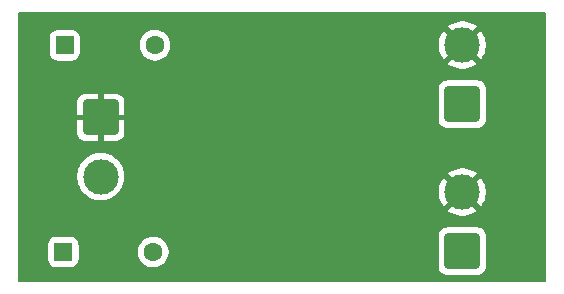
<source format=gbr>
%TF.GenerationSoftware,KiCad,Pcbnew,9.0.5*%
%TF.CreationDate,2025-11-27T16:43:58-05:00*%
%TF.ProjectId,dual_power_supply,6475616c-5f70-46f7-9765-725f73757070,rev?*%
%TF.SameCoordinates,Original*%
%TF.FileFunction,Copper,L2,Bot*%
%TF.FilePolarity,Positive*%
%FSLAX46Y46*%
G04 Gerber Fmt 4.6, Leading zero omitted, Abs format (unit mm)*
G04 Created by KiCad (PCBNEW 9.0.5) date 2025-11-27 16:43:58*
%MOMM*%
%LPD*%
G01*
G04 APERTURE LIST*
G04 Aperture macros list*
%AMRoundRect*
0 Rectangle with rounded corners*
0 $1 Rounding radius*
0 $2 $3 $4 $5 $6 $7 $8 $9 X,Y pos of 4 corners*
0 Add a 4 corners polygon primitive as box body*
4,1,4,$2,$3,$4,$5,$6,$7,$8,$9,$2,$3,0*
0 Add four circle primitives for the rounded corners*
1,1,$1+$1,$2,$3*
1,1,$1+$1,$4,$5*
1,1,$1+$1,$6,$7*
1,1,$1+$1,$8,$9*
0 Add four rect primitives between the rounded corners*
20,1,$1+$1,$2,$3,$4,$5,0*
20,1,$1+$1,$4,$5,$6,$7,0*
20,1,$1+$1,$6,$7,$8,$9,0*
20,1,$1+$1,$8,$9,$2,$3,0*%
G04 Aperture macros list end*
%TA.AperFunction,ComponentPad*%
%ADD10RoundRect,0.249999X1.250001X-1.250001X1.250001X1.250001X-1.250001X1.250001X-1.250001X-1.250001X0*%
%TD*%
%TA.AperFunction,ComponentPad*%
%ADD11C,3.000000*%
%TD*%
%TA.AperFunction,ComponentPad*%
%ADD12RoundRect,0.250000X-0.550000X-0.550000X0.550000X-0.550000X0.550000X0.550000X-0.550000X0.550000X0*%
%TD*%
%TA.AperFunction,ComponentPad*%
%ADD13C,1.600000*%
%TD*%
%TA.AperFunction,ComponentPad*%
%ADD14RoundRect,0.249999X-1.250001X1.250001X-1.250001X-1.250001X1.250001X-1.250001X1.250001X1.250001X0*%
%TD*%
%TA.AperFunction,ViaPad*%
%ADD15C,1.000000*%
%TD*%
%TA.AperFunction,Conductor*%
%ADD16C,0.800000*%
%TD*%
G04 APERTURE END LIST*
D10*
%TO.P,J3,1,Pin_1*%
%TO.N,Net-(J3-Pin_1)*%
X142494000Y-100758000D03*
D11*
%TO.P,J3,2,Pin_2*%
%TO.N,GND*%
X142494000Y-95758000D03*
%TD*%
D12*
%TO.P,SW2,1*%
%TO.N,Net-(J1-Pin_2)*%
X108712000Y-100838000D03*
D13*
%TO.P,SW2,2*%
%TO.N,Net-(U1-VI)*%
X116332000Y-100838000D03*
%TD*%
D10*
%TO.P,J2,1,Pin_1*%
%TO.N,Net-(J2-Pin_1)*%
X142494000Y-88312000D03*
D11*
%TO.P,J2,2,Pin_2*%
%TO.N,GND*%
X142494000Y-83312000D03*
%TD*%
D12*
%TO.P,SW1,1*%
%TO.N,Net-(J1-Pin_2)*%
X108850000Y-83324500D03*
D13*
%TO.P,SW1,2*%
%TO.N,Net-(U2-VI)*%
X116470000Y-83324500D03*
%TD*%
D14*
%TO.P,J1,1,Pin_1*%
%TO.N,GND*%
X111888500Y-89448000D03*
D11*
%TO.P,J1,2,Pin_2*%
%TO.N,Net-(J1-Pin_2)*%
X111888500Y-94448000D03*
%TD*%
D15*
%TO.N,GND*%
X128778000Y-83312000D03*
X120015000Y-101938000D03*
X120015000Y-99187000D03*
X128905000Y-85852000D03*
%TD*%
D16*
%TO.N,GND*%
X128778000Y-83312000D02*
X128778000Y-85725000D01*
X128778000Y-85725000D02*
X128905000Y-85852000D01*
X120015000Y-101938000D02*
X120015000Y-99187000D01*
%TD*%
%TA.AperFunction,Conductor*%
%TO.N,GND*%
G36*
X149536539Y-80530185D02*
G01*
X149582294Y-80582989D01*
X149593500Y-80634500D01*
X149593500Y-103277500D01*
X149573815Y-103344539D01*
X149521011Y-103390294D01*
X149469500Y-103401500D01*
X105018500Y-103401500D01*
X104951461Y-103381815D01*
X104905706Y-103329011D01*
X104894500Y-103277500D01*
X104894500Y-100237983D01*
X107411500Y-100237983D01*
X107411500Y-101438001D01*
X107411501Y-101438018D01*
X107422000Y-101540796D01*
X107422001Y-101540799D01*
X107469856Y-101685213D01*
X107477186Y-101707334D01*
X107569288Y-101856656D01*
X107693344Y-101980712D01*
X107842666Y-102072814D01*
X108009203Y-102127999D01*
X108111991Y-102138500D01*
X109312008Y-102138499D01*
X109414797Y-102127999D01*
X109581334Y-102072814D01*
X109730656Y-101980712D01*
X109854712Y-101856656D01*
X109946814Y-101707334D01*
X110001999Y-101540797D01*
X110012500Y-101438009D01*
X110012499Y-100735648D01*
X115031500Y-100735648D01*
X115031500Y-100940351D01*
X115063522Y-101142534D01*
X115126781Y-101337223D01*
X115219715Y-101519613D01*
X115340028Y-101685213D01*
X115484786Y-101829971D01*
X115639749Y-101942556D01*
X115650390Y-101950287D01*
X115766607Y-102009503D01*
X115832776Y-102043218D01*
X115832778Y-102043218D01*
X115832781Y-102043220D01*
X115923856Y-102072812D01*
X116027465Y-102106477D01*
X116128557Y-102122488D01*
X116229648Y-102138500D01*
X116229649Y-102138500D01*
X116434351Y-102138500D01*
X116434352Y-102138500D01*
X116636534Y-102106477D01*
X116831219Y-102043220D01*
X117013610Y-101950287D01*
X117142482Y-101856657D01*
X117179213Y-101829971D01*
X117179215Y-101829968D01*
X117179219Y-101829966D01*
X117323966Y-101685219D01*
X117323968Y-101685215D01*
X117323971Y-101685213D01*
X117428892Y-101540799D01*
X117444287Y-101519610D01*
X117537220Y-101337219D01*
X117600477Y-101142534D01*
X117632500Y-100940352D01*
X117632500Y-100735648D01*
X117600477Y-100533466D01*
X117537220Y-100338781D01*
X117537218Y-100338778D01*
X117537218Y-100338776D01*
X117485865Y-100237991D01*
X117444287Y-100156390D01*
X117428892Y-100135200D01*
X117323971Y-99990786D01*
X117179213Y-99846028D01*
X117013613Y-99725715D01*
X117013612Y-99725714D01*
X117013610Y-99725713D01*
X116953898Y-99695288D01*
X116831223Y-99632781D01*
X116646510Y-99572764D01*
X116646509Y-99572763D01*
X116636537Y-99569523D01*
X116484897Y-99545505D01*
X116434352Y-99537500D01*
X116229648Y-99537500D01*
X116205329Y-99541351D01*
X116027465Y-99569522D01*
X115832776Y-99632781D01*
X115650386Y-99725715D01*
X115484786Y-99846028D01*
X115340028Y-99990786D01*
X115219715Y-100156386D01*
X115126781Y-100338776D01*
X115063522Y-100533465D01*
X115031500Y-100735648D01*
X110012499Y-100735648D01*
X110012499Y-100237992D01*
X110001999Y-100135203D01*
X109946814Y-99968666D01*
X109854712Y-99819344D01*
X109730656Y-99695288D01*
X109581334Y-99603186D01*
X109414797Y-99548001D01*
X109414795Y-99548000D01*
X109312010Y-99537500D01*
X108111998Y-99537500D01*
X108111981Y-99537501D01*
X108009203Y-99548000D01*
X108009200Y-99548001D01*
X107842668Y-99603185D01*
X107842663Y-99603187D01*
X107693342Y-99695289D01*
X107569289Y-99819342D01*
X107477187Y-99968663D01*
X107477186Y-99968666D01*
X107422001Y-100135203D01*
X107422001Y-100135204D01*
X107422000Y-100135204D01*
X107411500Y-100237983D01*
X104894500Y-100237983D01*
X104894500Y-99457982D01*
X140493500Y-99457982D01*
X140493500Y-102058017D01*
X140504000Y-102160796D01*
X140504001Y-102160798D01*
X140559186Y-102327335D01*
X140651288Y-102476656D01*
X140775344Y-102600712D01*
X140924665Y-102692814D01*
X141091202Y-102747999D01*
X141193990Y-102758500D01*
X141193995Y-102758500D01*
X143794005Y-102758500D01*
X143794010Y-102758500D01*
X143896798Y-102747999D01*
X144063335Y-102692814D01*
X144212656Y-102600712D01*
X144336712Y-102476656D01*
X144428814Y-102327335D01*
X144483999Y-102160798D01*
X144494500Y-102058010D01*
X144494500Y-99457990D01*
X144483999Y-99355202D01*
X144428814Y-99188665D01*
X144336712Y-99039344D01*
X144212656Y-98915288D01*
X144063335Y-98823186D01*
X143896798Y-98768001D01*
X143896796Y-98768000D01*
X143794017Y-98757500D01*
X143794010Y-98757500D01*
X141193990Y-98757500D01*
X141193982Y-98757500D01*
X141091203Y-98768000D01*
X141091202Y-98768001D01*
X141008669Y-98795349D01*
X140924667Y-98823185D01*
X140924662Y-98823187D01*
X140775342Y-98915289D01*
X140651289Y-99039342D01*
X140559187Y-99188662D01*
X140559186Y-99188665D01*
X140504001Y-99355202D01*
X140504001Y-99355203D01*
X140504000Y-99355203D01*
X140493500Y-99457982D01*
X104894500Y-99457982D01*
X104894500Y-94316872D01*
X109888000Y-94316872D01*
X109888000Y-94579127D01*
X109896604Y-94644475D01*
X109922230Y-94839116D01*
X109930912Y-94871517D01*
X109990102Y-95092418D01*
X109990105Y-95092428D01*
X110090453Y-95334690D01*
X110090458Y-95334700D01*
X110221575Y-95561803D01*
X110381218Y-95769851D01*
X110381226Y-95769860D01*
X110566640Y-95955274D01*
X110566648Y-95955281D01*
X110774696Y-96114924D01*
X111001799Y-96246041D01*
X111001809Y-96246046D01*
X111244071Y-96346394D01*
X111244081Y-96346398D01*
X111497384Y-96414270D01*
X111757380Y-96448500D01*
X111757387Y-96448500D01*
X112019613Y-96448500D01*
X112019620Y-96448500D01*
X112279616Y-96414270D01*
X112532919Y-96346398D01*
X112775197Y-96246043D01*
X113002303Y-96114924D01*
X113210351Y-95955282D01*
X113210355Y-95955277D01*
X113210360Y-95955274D01*
X113395774Y-95769860D01*
X113395777Y-95769855D01*
X113395782Y-95769851D01*
X113505469Y-95626905D01*
X140494000Y-95626905D01*
X140494000Y-95889094D01*
X140528220Y-96149009D01*
X140528222Y-96149020D01*
X140596075Y-96402255D01*
X140696404Y-96644471D01*
X140696409Y-96644482D01*
X140827488Y-96871516D01*
X140827494Y-96871524D01*
X140914080Y-96984365D01*
X141892958Y-96005487D01*
X141917978Y-96065890D01*
X141989112Y-96172351D01*
X142079649Y-96262888D01*
X142186110Y-96334022D01*
X142246511Y-96359041D01*
X141267633Y-97337917D01*
X141267633Y-97337918D01*
X141380475Y-97424505D01*
X141380483Y-97424511D01*
X141607517Y-97555590D01*
X141607528Y-97555595D01*
X141849744Y-97655924D01*
X142102979Y-97723777D01*
X142102990Y-97723779D01*
X142362905Y-97757999D01*
X142362920Y-97758000D01*
X142625080Y-97758000D01*
X142625094Y-97757999D01*
X142885009Y-97723779D01*
X142885020Y-97723777D01*
X143138255Y-97655924D01*
X143380471Y-97555595D01*
X143380482Y-97555590D01*
X143607516Y-97424511D01*
X143607534Y-97424499D01*
X143720365Y-97337919D01*
X143720365Y-97337917D01*
X142741488Y-96359041D01*
X142801890Y-96334022D01*
X142908351Y-96262888D01*
X142998888Y-96172351D01*
X143070022Y-96065890D01*
X143095041Y-96005489D01*
X144073917Y-96984365D01*
X144073919Y-96984365D01*
X144160499Y-96871534D01*
X144160511Y-96871516D01*
X144291590Y-96644482D01*
X144291595Y-96644471D01*
X144391924Y-96402255D01*
X144459777Y-96149020D01*
X144459779Y-96149009D01*
X144493999Y-95889094D01*
X144494000Y-95889080D01*
X144494000Y-95626919D01*
X144493999Y-95626905D01*
X144459779Y-95366990D01*
X144459777Y-95366979D01*
X144391924Y-95113744D01*
X144291595Y-94871528D01*
X144291590Y-94871517D01*
X144160511Y-94644483D01*
X144160505Y-94644475D01*
X144073918Y-94531633D01*
X144073917Y-94531633D01*
X143095040Y-95510509D01*
X143070022Y-95450110D01*
X142998888Y-95343649D01*
X142908351Y-95253112D01*
X142801890Y-95181978D01*
X142741487Y-95156957D01*
X143720365Y-94178080D01*
X143607524Y-94091494D01*
X143607516Y-94091488D01*
X143380482Y-93960409D01*
X143380471Y-93960404D01*
X143138255Y-93860075D01*
X142885020Y-93792222D01*
X142885009Y-93792220D01*
X142625094Y-93758000D01*
X142362905Y-93758000D01*
X142102990Y-93792220D01*
X142102979Y-93792222D01*
X141849744Y-93860075D01*
X141607528Y-93960404D01*
X141607517Y-93960409D01*
X141380471Y-94091496D01*
X141267633Y-94178079D01*
X141267633Y-94178080D01*
X142246511Y-95156958D01*
X142186110Y-95181978D01*
X142079649Y-95253112D01*
X141989112Y-95343649D01*
X141917978Y-95450110D01*
X141892958Y-95510511D01*
X140914080Y-94531633D01*
X140914079Y-94531633D01*
X140827496Y-94644471D01*
X140696409Y-94871517D01*
X140696404Y-94871528D01*
X140596075Y-95113744D01*
X140528222Y-95366979D01*
X140528220Y-95366990D01*
X140494000Y-95626905D01*
X113505469Y-95626905D01*
X113555424Y-95561803D01*
X113686543Y-95334697D01*
X113786898Y-95092419D01*
X113854770Y-94839116D01*
X113889000Y-94579120D01*
X113889000Y-94316880D01*
X113854770Y-94056884D01*
X113786898Y-93803581D01*
X113768018Y-93758000D01*
X113686546Y-93561309D01*
X113686541Y-93561299D01*
X113555424Y-93334196D01*
X113395781Y-93126148D01*
X113395774Y-93126140D01*
X113210360Y-92940726D01*
X113210351Y-92940718D01*
X113002303Y-92781075D01*
X112775200Y-92649958D01*
X112775190Y-92649953D01*
X112532928Y-92549605D01*
X112532921Y-92549603D01*
X112532919Y-92549602D01*
X112279616Y-92481730D01*
X112221839Y-92474123D01*
X112019627Y-92447500D01*
X112019620Y-92447500D01*
X111757380Y-92447500D01*
X111757372Y-92447500D01*
X111526272Y-92477926D01*
X111497384Y-92481730D01*
X111244081Y-92549602D01*
X111244071Y-92549605D01*
X111001809Y-92649953D01*
X111001799Y-92649958D01*
X110774696Y-92781075D01*
X110566648Y-92940718D01*
X110381218Y-93126148D01*
X110221575Y-93334196D01*
X110090458Y-93561299D01*
X110090453Y-93561309D01*
X109990105Y-93803571D01*
X109990102Y-93803581D01*
X109922230Y-94056885D01*
X109888000Y-94316872D01*
X104894500Y-94316872D01*
X104894500Y-88148013D01*
X109888500Y-88148013D01*
X109888500Y-89198000D01*
X111288499Y-89198000D01*
X111263479Y-89258402D01*
X111238500Y-89383981D01*
X111238500Y-89512019D01*
X111263479Y-89637598D01*
X111288499Y-89698000D01*
X109888501Y-89698000D01*
X109888501Y-90747986D01*
X109898994Y-90850696D01*
X109898994Y-90850698D01*
X109954140Y-91017119D01*
X109954145Y-91017130D01*
X110046180Y-91166340D01*
X110046183Y-91166344D01*
X110170155Y-91290316D01*
X110170159Y-91290319D01*
X110319369Y-91382354D01*
X110319380Y-91382359D01*
X110485802Y-91437505D01*
X110588520Y-91447999D01*
X111638499Y-91447999D01*
X111638500Y-91447998D01*
X111638500Y-90048001D01*
X111698902Y-90073021D01*
X111824481Y-90098000D01*
X111952519Y-90098000D01*
X112078098Y-90073021D01*
X112138500Y-90048001D01*
X112138500Y-91447999D01*
X113188472Y-91447999D01*
X113188486Y-91447998D01*
X113291196Y-91437505D01*
X113291198Y-91437505D01*
X113457619Y-91382359D01*
X113457630Y-91382354D01*
X113606840Y-91290319D01*
X113606844Y-91290316D01*
X113730816Y-91166344D01*
X113730819Y-91166340D01*
X113822854Y-91017130D01*
X113822859Y-91017119D01*
X113878005Y-90850697D01*
X113888499Y-90747986D01*
X113888500Y-90747973D01*
X113888500Y-89698000D01*
X112488501Y-89698000D01*
X112513521Y-89637598D01*
X112538500Y-89512019D01*
X112538500Y-89383981D01*
X112513521Y-89258402D01*
X112488501Y-89198000D01*
X113888499Y-89198000D01*
X113888499Y-88148028D01*
X113888498Y-88148013D01*
X113878005Y-88045303D01*
X113878005Y-88045301D01*
X113822859Y-87878880D01*
X113822854Y-87878869D01*
X113730819Y-87729659D01*
X113730816Y-87729655D01*
X113606844Y-87605683D01*
X113606840Y-87605680D01*
X113457630Y-87513645D01*
X113457619Y-87513640D01*
X113291197Y-87458494D01*
X113188486Y-87448000D01*
X112138500Y-87448000D01*
X112138500Y-88847998D01*
X112078098Y-88822979D01*
X111952519Y-88798000D01*
X111824481Y-88798000D01*
X111698902Y-88822979D01*
X111638500Y-88847998D01*
X111638500Y-87448000D01*
X110588528Y-87448000D01*
X110588512Y-87448001D01*
X110485803Y-87458494D01*
X110485801Y-87458494D01*
X110319380Y-87513640D01*
X110319369Y-87513645D01*
X110170159Y-87605680D01*
X110170155Y-87605683D01*
X110046183Y-87729655D01*
X110046180Y-87729659D01*
X109954145Y-87878869D01*
X109954140Y-87878880D01*
X109898994Y-88045302D01*
X109888500Y-88148013D01*
X104894500Y-88148013D01*
X104894500Y-87011982D01*
X140493500Y-87011982D01*
X140493500Y-89612017D01*
X140504000Y-89714796D01*
X140552895Y-89862351D01*
X140559186Y-89881335D01*
X140651288Y-90030656D01*
X140775344Y-90154712D01*
X140924665Y-90246814D01*
X141091202Y-90301999D01*
X141193990Y-90312500D01*
X141193995Y-90312500D01*
X143794005Y-90312500D01*
X143794010Y-90312500D01*
X143896798Y-90301999D01*
X144063335Y-90246814D01*
X144212656Y-90154712D01*
X144336712Y-90030656D01*
X144428814Y-89881335D01*
X144483999Y-89714798D01*
X144494500Y-89612010D01*
X144494500Y-87011990D01*
X144483999Y-86909202D01*
X144428814Y-86742665D01*
X144336712Y-86593344D01*
X144212656Y-86469288D01*
X144063335Y-86377186D01*
X143896798Y-86322001D01*
X143896796Y-86322000D01*
X143794017Y-86311500D01*
X143794010Y-86311500D01*
X141193990Y-86311500D01*
X141193982Y-86311500D01*
X141091203Y-86322000D01*
X141091202Y-86322001D01*
X141008669Y-86349349D01*
X140924667Y-86377185D01*
X140924662Y-86377187D01*
X140775342Y-86469289D01*
X140651289Y-86593342D01*
X140559187Y-86742662D01*
X140559186Y-86742665D01*
X140504001Y-86909202D01*
X140504001Y-86909203D01*
X140504000Y-86909203D01*
X140493500Y-87011982D01*
X104894500Y-87011982D01*
X104894500Y-82724483D01*
X107549500Y-82724483D01*
X107549500Y-83924501D01*
X107549501Y-83924518D01*
X107560000Y-84027296D01*
X107560001Y-84027299D01*
X107607856Y-84171713D01*
X107615186Y-84193834D01*
X107707288Y-84343156D01*
X107831344Y-84467212D01*
X107980666Y-84559314D01*
X108147203Y-84614499D01*
X108249991Y-84625000D01*
X109450008Y-84624999D01*
X109552797Y-84614499D01*
X109719334Y-84559314D01*
X109868656Y-84467212D01*
X109992712Y-84343156D01*
X110084814Y-84193834D01*
X110139999Y-84027297D01*
X110150500Y-83924509D01*
X110150499Y-83222148D01*
X115169500Y-83222148D01*
X115169500Y-83426851D01*
X115201522Y-83629034D01*
X115264781Y-83823723D01*
X115357715Y-84006113D01*
X115478028Y-84171713D01*
X115622786Y-84316471D01*
X115772877Y-84425516D01*
X115788390Y-84436787D01*
X115904607Y-84496003D01*
X115970776Y-84529718D01*
X115970778Y-84529718D01*
X115970781Y-84529720D01*
X115997388Y-84538365D01*
X116165465Y-84592977D01*
X116266557Y-84608988D01*
X116367648Y-84625000D01*
X116367649Y-84625000D01*
X116572351Y-84625000D01*
X116572352Y-84625000D01*
X116774534Y-84592977D01*
X116969219Y-84529720D01*
X117151610Y-84436787D01*
X117280482Y-84343157D01*
X117317213Y-84316471D01*
X117317215Y-84316468D01*
X117317219Y-84316466D01*
X117461966Y-84171719D01*
X117461968Y-84171715D01*
X117461971Y-84171713D01*
X117566892Y-84027299D01*
X117582287Y-84006110D01*
X117675220Y-83823719D01*
X117738477Y-83629034D01*
X117770500Y-83426852D01*
X117770500Y-83222148D01*
X117763968Y-83180905D01*
X140494000Y-83180905D01*
X140494000Y-83443094D01*
X140528220Y-83703009D01*
X140528222Y-83703020D01*
X140596075Y-83956255D01*
X140696404Y-84198471D01*
X140696409Y-84198482D01*
X140827488Y-84425516D01*
X140827494Y-84425524D01*
X140914080Y-84538365D01*
X141892958Y-83559487D01*
X141917978Y-83619890D01*
X141989112Y-83726351D01*
X142079649Y-83816888D01*
X142186110Y-83888022D01*
X142246511Y-83913041D01*
X141267633Y-84891917D01*
X141267633Y-84891918D01*
X141380475Y-84978505D01*
X141380483Y-84978511D01*
X141607517Y-85109590D01*
X141607528Y-85109595D01*
X141849744Y-85209924D01*
X142102979Y-85277777D01*
X142102990Y-85277779D01*
X142362905Y-85311999D01*
X142362920Y-85312000D01*
X142625080Y-85312000D01*
X142625094Y-85311999D01*
X142885009Y-85277779D01*
X142885020Y-85277777D01*
X143138255Y-85209924D01*
X143380471Y-85109595D01*
X143380482Y-85109590D01*
X143607516Y-84978511D01*
X143607534Y-84978499D01*
X143720365Y-84891919D01*
X143720365Y-84891917D01*
X142741488Y-83913041D01*
X142801890Y-83888022D01*
X142908351Y-83816888D01*
X142998888Y-83726351D01*
X143070022Y-83619890D01*
X143095041Y-83559489D01*
X144073917Y-84538365D01*
X144073919Y-84538365D01*
X144160499Y-84425534D01*
X144160511Y-84425516D01*
X144291590Y-84198482D01*
X144291595Y-84198471D01*
X144391924Y-83956255D01*
X144459777Y-83703020D01*
X144459779Y-83703009D01*
X144493999Y-83443094D01*
X144494000Y-83443080D01*
X144494000Y-83180919D01*
X144493999Y-83180905D01*
X144459779Y-82920990D01*
X144459777Y-82920979D01*
X144391924Y-82667744D01*
X144291595Y-82425528D01*
X144291590Y-82425517D01*
X144160511Y-82198483D01*
X144160505Y-82198475D01*
X144073918Y-82085633D01*
X144073917Y-82085633D01*
X143095040Y-83064509D01*
X143070022Y-83004110D01*
X142998888Y-82897649D01*
X142908351Y-82807112D01*
X142801890Y-82735978D01*
X142741487Y-82710957D01*
X143720365Y-81732080D01*
X143607524Y-81645494D01*
X143607516Y-81645488D01*
X143380482Y-81514409D01*
X143380471Y-81514404D01*
X143138255Y-81414075D01*
X142885020Y-81346222D01*
X142885009Y-81346220D01*
X142625094Y-81312000D01*
X142362905Y-81312000D01*
X142102990Y-81346220D01*
X142102979Y-81346222D01*
X141849744Y-81414075D01*
X141607528Y-81514404D01*
X141607517Y-81514409D01*
X141380471Y-81645496D01*
X141267633Y-81732079D01*
X141267633Y-81732080D01*
X142246511Y-82710958D01*
X142186110Y-82735978D01*
X142079649Y-82807112D01*
X141989112Y-82897649D01*
X141917978Y-83004110D01*
X141892958Y-83064511D01*
X140914080Y-82085633D01*
X140914079Y-82085633D01*
X140827496Y-82198471D01*
X140696409Y-82425517D01*
X140696404Y-82425528D01*
X140596075Y-82667744D01*
X140528222Y-82920979D01*
X140528220Y-82920990D01*
X140494000Y-83180905D01*
X117763968Y-83180905D01*
X117738477Y-83019966D01*
X117675220Y-82825281D01*
X117675218Y-82825278D01*
X117675218Y-82825276D01*
X117623865Y-82724491D01*
X117582287Y-82642890D01*
X117566892Y-82621700D01*
X117461971Y-82477286D01*
X117317213Y-82332528D01*
X117151613Y-82212215D01*
X117151612Y-82212214D01*
X117151610Y-82212213D01*
X117091898Y-82181788D01*
X116969223Y-82119281D01*
X116774534Y-82056022D01*
X116599995Y-82028378D01*
X116572352Y-82024000D01*
X116367648Y-82024000D01*
X116343329Y-82027851D01*
X116165465Y-82056022D01*
X115970776Y-82119281D01*
X115788386Y-82212215D01*
X115622786Y-82332528D01*
X115478028Y-82477286D01*
X115357715Y-82642886D01*
X115264781Y-82825276D01*
X115201522Y-83019965D01*
X115169500Y-83222148D01*
X110150499Y-83222148D01*
X110150499Y-82724492D01*
X110139999Y-82621703D01*
X110084814Y-82455166D01*
X109992712Y-82305844D01*
X109868656Y-82181788D01*
X109719334Y-82089686D01*
X109552797Y-82034501D01*
X109552795Y-82034500D01*
X109450010Y-82024000D01*
X108249998Y-82024000D01*
X108249981Y-82024001D01*
X108147203Y-82034500D01*
X108147200Y-82034501D01*
X107980668Y-82089685D01*
X107980663Y-82089687D01*
X107831342Y-82181789D01*
X107707289Y-82305842D01*
X107615187Y-82455163D01*
X107615186Y-82455166D01*
X107560001Y-82621703D01*
X107560001Y-82621704D01*
X107560000Y-82621704D01*
X107549500Y-82724483D01*
X104894500Y-82724483D01*
X104894500Y-80634500D01*
X104914185Y-80567461D01*
X104966989Y-80521706D01*
X105018500Y-80510500D01*
X149469500Y-80510500D01*
X149536539Y-80530185D01*
G37*
%TD.AperFunction*%
%TD*%
M02*

</source>
